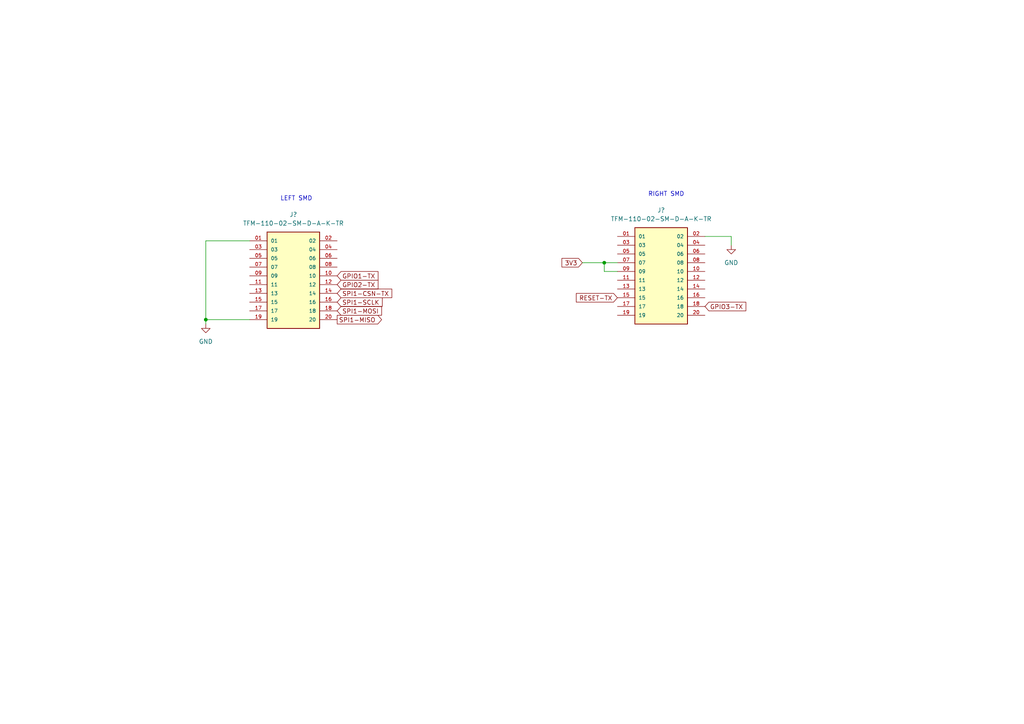
<source format=kicad_sch>
(kicad_sch (version 20211123) (generator eeschema)
  (paper "A4")
  (lib_symbols
    (symbol "TFM-110-02-SM-D-A-K-TR:TFM-110-02-SM-D-A-K-TR" (pin_names (offset 1.016))
      (property "Reference" "J" (at -8.12 15.24 0))
      (property "Value" "TFM-110-02-SM-D-A-K-TR" (at -7.62 -15.24 0))
      (symbol "TFM-110-02-SM-D-A-K-TR_0_0"
        (rectangle (start -7.62 -12.7) (end 7.62 15.24) (stroke (width 0.254)) (fill (type background)))
        (pin passive line (at -12.7 12.7 0) (length 5.08) (name "01") (number "01"))
        (pin passive line (at 12.7 12.7 180) (length 5.08) (name "02") (number "02"))
        (pin passive line (at -12.7 10.16 0) (length 5.08) (name "03") (number "03"))
        (pin passive line (at 12.7 10.16 180) (length 5.08) (name "04") (number "04"))
        (pin passive line (at -12.7 7.62 0) (length 5.08) (name "05") (number "05"))
        (pin passive line (at 12.7 7.62 180) (length 5.08) (name "06") (number "06"))
        (pin passive line (at -12.7 5.08 0) (length 5.08) (name "07") (number "07"))
        (pin passive line (at 12.7 5.08 180) (length 5.08) (name "08") (number "08"))
        (pin passive line (at -12.7 2.54 0) (length 5.08) (name "09") (number "09"))
        (pin passive line (at 12.7 2.54 180) (length 5.08) (name "10") (number "10"))
        (pin passive line (at -12.7 0 0) (length 5.08) (name "11") (number "11"))
        (pin passive line (at 12.7 0 180) (length 5.08) (name "12") (number "12"))
        (pin passive line (at -12.7 -2.54 0) (length 5.08) (name "13") (number "13"))
        (pin passive line (at 12.7 -2.54 180) (length 5.08) (name "14") (number "14"))
        (pin passive line (at -12.7 -5.08 0) (length 5.08) (name "15") (number "15"))
        (pin passive line (at 12.7 -5.08 180) (length 5.08) (name "16") (number "16"))
        (pin passive line (at -12.7 -7.62 0) (length 5.08) (name "17") (number "17"))
        (pin passive line (at 12.7 -7.62 180) (length 5.08) (name "18") (number "18"))
        (pin passive line (at -12.7 -10.16 0) (length 5.08) (name "19") (number "19"))
        (pin passive line (at 12.7 -10.16 180) (length 5.08) (name "20") (number "20"))
      )
    )
    (symbol "power:GND" (power) (pin_names (offset 0))
      (property "Value" "GND" (at 0 -3.81 0))
      (symbol "GND_0_1"
        (polyline (pts (xy 0 0) (xy 0 -1.27) (xy 1.27 -1.27) (xy 0 -2.54) (xy -1.27 -1.27) (xy 0 -1.27)))
      )
      (symbol "GND_1_1"
        (pin power_in line (at 0 0 270) (length 0) hide (name "GND") (number "1"))
      )
    )
  )
  (junction (at 175.26 76.2))
  (junction (at 59.69 92.71))
  (wire (pts (xy 168.91 76.2) (xy 175.26 76.2)))
  (wire (pts (xy 179.07 78.74) (xy 175.26 78.74)))
  (wire (pts (xy 204.47 68.58) (xy 212.09 68.58)))
  (wire (pts (xy 59.69 92.71) (xy 72.39 92.71)))
  (wire (pts (xy 59.69 69.85) (xy 59.69 92.71)))
  (wire (pts (xy 175.26 76.2) (xy 179.07 76.2)))
  (wire (pts (xy 212.09 68.58) (xy 212.09 71.12)))
  (wire (pts (xy 59.69 92.71) (xy 59.69 93.98)))
  (wire (pts (xy 175.26 76.2) (xy 175.26 78.74)))
  (wire (pts (xy 72.39 69.85) (xy 59.69 69.85)))
  (text "RIGHT SMD" (at 187.96 57.15 0) (effects (font (size 1.27 1.27)) (justify left bottom)))
  (text "LEFT SMD" (at 81.28 58.42 0) (effects (font (size 1.27 1.27)) (justify left bottom)))
  (global_label "GPIO1-TX" (shape input) (at 97.79 80.01 0) (property "Intersheet References" "${INTERSHEET_REFS}" (effects hide)))
  (global_label "GPIO3-TX" (shape input) (at 204.47 88.9 0) (property "Intersheet References" "${INTERSHEET_REFS}" (effects hide)))
  (global_label "3V3" (shape input) (at 168.91 76.2 180) (property "Intersheet References" "${INTERSHEET_REFS}" (effects hide)))
  (global_label "SPI1-CSN-TX" (shape input) (at 97.79 85.09 0) (property "Intersheet References" "${INTERSHEET_REFS}" (effects hide)))
  (global_label "GPIO2-TX" (shape input) (at 97.79 82.55 0) (property "Intersheet References" "${INTERSHEET_REFS}" (effects hide)))
  (global_label "RESET-TX" (shape input) (at 179.07 86.36 180) (property "Intersheet References" "${INTERSHEET_REFS}" (effects hide)))
  (global_label "SPI1-MISO" (shape output) (at 97.79 92.71 0) (property "Intersheet References" "${INTERSHEET_REFS}" (effects hide)))
  (global_label "SPI1-SCLK" (shape input) (at 97.79 87.63 0) (property "Intersheet References" "${INTERSHEET_REFS}" (effects hide)))
  (global_label "SPI1-MOSI" (shape input) (at 97.79 90.17 0) (property "Intersheet References" "${INTERSHEET_REFS}" (effects hide)))
  (symbol (lib_id "TFM-110-02-SM-D-A-K-TR:TFM-110-02-SM-D-A-K-TR") (at 85.09 82.55 0) (unit 1)
    (property "Reference" "J?" (at 85.09 62.23 0))
    (property "Value" "TFM-110-02-SM-D-A-K-TR" (at 85.09 64.77 0))
    (property "Footprint" "SAMTEC_TFM-110-02-SM-D-A-K-TR" (effects hide))
    (property "STANDARD" "Manufacturer Recommendations" (effects hide))
    (property "PARTREV" "R" (effects hide))
    (property "MANUFACTURER" "Samtec" (effects hide))
  )
  (symbol (lib_id "power:GND") (at 59.69 93.98 0) (unit 1)
    (property "Reference" "#PWR?" (effects hide))
    (property "Value" "GND" (at 59.69 99.06 0))
  )
  (symbol (lib_id "power:GND") (at 212.09 71.12 0) (unit 1)
    (property "Reference" "#PWR?" (effects hide))
    (property "Value" "GND" (at 212.09 76.2 0))
  )
  (symbol (lib_id "TFM-110-02-SM-D-A-K-TR:TFM-110-02-SM-D-A-K-TR") (at 191.77 81.28 0) (unit 1)
    (property "Reference" "J?" (at 191.77 60.96 0))
    (property "Value" "TFM-110-02-SM-D-A-K-TR" (at 191.77 63.5 0))
    (property "Footprint" "SAMTEC_TFM-110-02-SM-D-A-K-TR" (effects hide))
    (property "STANDARD" "Manufacturer Recommendations" (effects hide))
    (property "PARTREV" "R" (effects hide))
    (property "MANUFACTURER" "Samtec" (effects hide))
  )
)
</source>
